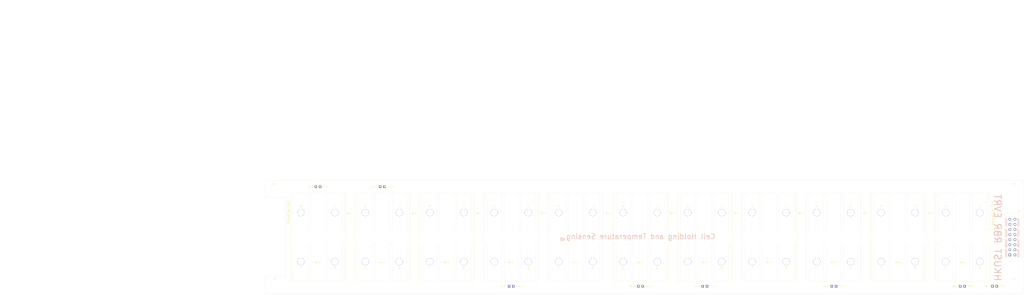
<source format=kicad_pcb>
(kicad_pcb (version 20241229) (generator "pcbnew") (generator_version "9.0")
  (layers (0 "F.Cu" signal "Top Layer") (4 "In1.Cu" signal) (6 "In2.Cu" signal) (2 "B.Cu" signal "Bottom Layer") (13 "F.Paste" user "Top Paste") (15 "B.Paste" user "Bottom Paste") (5 "F.SilkS" user "Top Overlay") (7 "B.SilkS" user "Bottom Overlay") (1 "F.Mask" user "Top Solder") (3 "B.Mask" user "Bottom Solder") (25 "Edge.Cuts" user))
  (net 0 "")
  (net 1 "/temp_1_1")
  (net 2 "/temp_7_2")
  (net 3 "/temp_5_2")
  (net 4 "/temp_8_2")
  (net 5 "/temp_5_1")
  (net 6 "/temp_3_2")
  (net 7 "/temp_2_1")
  (net 8 "/temp_2_2")
  (net 9 "/temp_3_1")
  (net 10 "/temp_6_1")
  (net 11 "/temp_4_2")
  (net 12 "/temp_8_1")
  (net 13 "/temp_4_1")
  (net 14 "/temp_1_2")
  (net 15 "/temp_6_2")
  (net 16 "/temp_7_1")
  (footprint "" (layer "F.Cu") (at 507.381782 225.12109)
    (property "Reference" "")
    (property "Value" "")
  )
  (footprint "" (layer "F.Cu") (at 126.914767 196.17559)
    (property "Reference" "")
    (property "Value" "")
  )
  (footprint "" (layer "F.Cu") (at 203.007448 196.17609)
    (property "Reference" "")
    (property "Value" "")
  )
  (footprint "" (layer "F.Cu") (at 393.2411 196.18359)
    (property "Reference" "")
    (property "Value" "")
  )
  (footprint "Connector_PinHeader_2.00mm:PinHeader_1x01_P2.00mm_Vertical" (layer "F.Cu") (at 517.483115 239.62959 180)
    (property "Reference" "J5_1")
    (property "Value" "Conn_01x01_Pin")
  )
  (footprint "" (layer "F.Cu") (at 355.195115 225.12009)
    (property "Reference" "")
    (property "Value" "")
  )
  (footprint "Connector_PinHeader_2.00mm:PinHeader_1x01_P2.00mm_Vertical" (layer "F.Cu") (at 344.006115 239.61359)
    (property "Reference" "J7_1")
    (property "Value" "Conn_01x01_Pin")
  )
  (footprint "Connector_PinHeader_2.00mm:PinHeader_1x01_P2.00mm_Vertical" (layer "F.Cu") (at 115.712115 180.87859 180)
    (property "Reference" "J1_2")
    (property "Value" "Conn_01x01_Pin")
  )
  (footprint "MountingHole:MountingHole_4.3mm_M4" (layer "F.Cu") (at 91.248115 238.62159)
    (property "Reference" "H3")
    (property "Value" "MountingHole")
  )
  (footprint "" (layer "F.Cu") (at 182.962144 225.11409)
    (property "Reference" "")
    (property "Value" "")
  )
  (footprint "" (layer "F.Cu") (at 279.101115 196.17909)
    (property "Reference" "")
    (property "Value" "")
  )
  (footprint "" (layer "F.Cu") (at 259.055811 225.11509)
    (property "Reference" "")
    (property "Value" "")
  )
  (footprint "" (layer "F.Cu") (at 241.054826 225.11359)
    (property "Reference" "")
    (property "Value" "")
  )
  (footprint "Connector_PinHeader_2.00mm:PinHeader_1x01_P2.00mm_Vertical" (layer "F.Cu") (at 496.008115 239.61359)
    (property "Reference" "J8_1")
    (property "Value" "Conn_01x01_Pin")
  )
  (footprint "" (layer "F.Cu") (at 431.288478 225.12109)
    (property "Reference" "")
    (property "Value" "")
  )
  (footprint "" (layer "F.Cu") (at 507.381782 196.18809)
    (property "Reference" "")
    (property "Value" "")
  )
  (footprint "" (layer "F.Cu") (at 469.33513 225.12259)
    (property "Reference" "")
    (property "Value" "")
  )
  (footprint "" (layer "F.Cu") (at 335.149085 196.18209)
    (property "Reference" "")
    (property "Value" "")
  )
  (footprint "" (layer "F.Cu") (at 221.008796 196.17759)
    (property "Reference" "")
    (property "Value" "")
  )
  (footprint "Connector_PinHeader_2.00mm:PinHeader_1x01_P2.00mm_Vertical" (layer "F.Cu") (at 498.508115 239.61359)
    (property "Reference" "J8_2")
    (property "Value" "Conn_01x01_Pin")
  )
  (footprint "" (layer "F.Cu") (at 355.194752 196.18209)
    (property "Reference" "")
    (property "Value" "")
  )
  (footprint "" (layer "F.Cu") (at 144.915796 225.11259)
    (property "Reference" "")
    (property "Value" "")
  )
  (footprint "Connector_PinHeader_2.00mm:PinHeader_1x01_P2.00mm_Vertical" (layer "F.Cu") (at 232.244115 239.61359)
    (property "Reference" "J3_2")
    (property "Value" "Conn_01x01_Pin")
  )
  (footprint "Connector_PinHeader_2.00mm:PinHeader_1x01_P2.00mm_Vertical" (layer "F.Cu") (at 118.212115 180.87859 180)
    (property "Reference" "J1_1")
    (property "Value" "Conn_01x01_Pin")
  )
  (footprint "" (layer "F.Cu") (at 241.054463 196.17759)
    (property "Reference" "")
    (property "Value" "")
  )
  (footprint "Connector_PinHeader_2.00mm:PinHeader_1x01_P2.00mm_Vertical" (layer "F.Cu") (at 156.114115 180.87859 180)
    (property "Reference" "J2_1")
    (property "Value" "Conn_01x01_Pin")
  )
  (footprint "" (layer "F.Cu") (at 106.8691 196.17559)
    (property "Reference" "")
    (property "Value" "")
  )
  (footprint "" (layer "F.Cu") (at 487.336115 196.18809)
    (property "Reference" "")
    (property "Value" "")
  )
  (footprint "Connector_PinHeader_2.00mm:PinHeader_1x01_P2.00mm_Vertical" (layer "F.Cu") (at 514.983115 239.62959 180)
    (property "Reference" "J5_2")
    (property "Value" "Conn_01x01_Pin")
  )
  (footprint "" (layer "F.Cu") (at 221.009159 225.11359)
    (property "Reference" "")
    (property "Value" "")
  )
  (footprint "" (layer "F.Cu") (at 297.102463 196.18059)
    (property "Reference" "")
    (property "Value" "")
  )
  (footprint "" (layer "F.Cu") (at 411.242448 196.18509)
    (property "Reference" "")
    (property "Value" "")
  )
  (footprint "" (layer "F.Cu") (at 106.869463 225.11359)
    (property "Reference" "")
    (property "Value" "")
  )
  (footprint "" (layer "F.Cu") (at 373.195433 196.18359)
    (property "Reference" "")
    (property "Value" "")
  )
  (footprint "" (layer "F.Cu") (at 317.14813 196.18059)
    (property "Reference" "")
    (property "Value" "")
  )
  (footprint "" (layer "F.Cu") (at 297.102463 225.11359)
    (property "Reference" "")
    (property "Value" "")
  )
  (footprint "Connector_PinHeader_2.00mm:PinHeader_1x01_P2.00mm_Vertical" (layer "F.Cu") (at 346.506115 239.61359)
    (property "Reference" "J7_2")
    (property "Value" "Conn_01x01_Pin")
  )
  (footprint "" (layer "F.Cu") (at 126.91513 225.11359)
    (property "Reference" "")
    (property "Value" "")
  )
  (footprint "" (layer "F.Cu") (at 431.288115 196.18509)
    (property "Reference" "")
    (property "Value" "")
  )
  (footprint "" (layer "F.Cu") (at 393.241463 225.12159)
    (property "Reference" "")
    (property "Value" "")
  )
  (footprint "" (layer "F.Cu") (at 259.055448 196.17909)
    (property "Reference" "")
    (property "Value" "")
  )
  (footprint "" (layer "F.Cu") (at 335.149448 225.12009)
    (property "Reference" "")
    (property "Value" "")
  )
  (footprint "" (layer "F.Cu") (at 164.9611 196.17459)
    (property "Reference" "")
    (property "Value" "")
  )
  (footprint "Connector_PinHeader_2.00mm:PinHeader_1x01_P2.00mm_Vertical" (layer "F.Cu") (at 420.166115 239.61359)
    (property "Reference" "J4_1")
    (property "Value" "Conn_01x01_Pin")
  )
  (footprint "" (layer "F.Cu") (at 487.336115 225.12109)
    (property "Reference" "")
    (property "Value" "")
  )
  (footprint "" (layer "F.Cu") (at 449.289463 225.12259)
    (property "Reference" "")
    (property "Value" "")
  )
  (footprint "" (layer "F.Cu") (at 203.007811 225.11409)
    (property "Reference" "")
    (property "Value" "")
  )
  (footprint "" (layer "F.Cu") (at 144.915433 196.17459)
    (property "Reference" "")
    (property "Value" "")
  )
  (footprint "Connector_PinHeader_2.00mm:PinHeader_1x01_P2.00mm_Vertical" (layer "F.Cu") (at 306.039115 239.61359)
    (property "Reference" "J6_1")
    (property "Value" "Conn_01x01_Pin")
  )
  (footprint "Connector_PinHeader_2.00mm:PinHeader_1x01_P2.00mm_Vertical" (layer "F.Cu") (at 308.539115 239.61359)
    (property "Reference" "J6_2")
    (property "Value" "Conn_01x01_Pin")
  )
  (footprint "" (layer "F.Cu") (at 469.334767 196.18659)
    (property "Reference" "")
    (property "Value" "")
  )
  (footprint "MountingHole:MountingHole_4.3mm_M4" (layer "F.Cu") (at 527.722115 238.62159)
    (property "Reference" "H1")
    (property "Value" "MountingHole")
  )
  (footprint "Connector_PinHeader_2.00mm:PinHeader_1x01_P2.00mm_Vertical" (layer "F.Cu") (at 422.666115 239.61359)
    (property "Reference" "J4_2")
    (property "Value" "Conn_01x01_Pin")
  )
  (footprint "" (layer "F.Cu") (at 317.14813 225.11359)
    (property "Reference" "")
    (property "Value" "")
  )
  (footprint "Connector_PinHeader_2.00mm:PinHeader_1x01_P2.00mm_Vertical" (layer "F.Cu") (at 229.744115 239.61359)
    (property "Reference" "J3_1")
    (property "Value" "Conn_01x01_Pin")
  )
  (footprint "MountingHole:MountingHole_4.3mm_M4" (layer "F.Cu") (at 527.722115 182.68659)
    (property "Reference" "H4")
    (property "Value" "MountingHole")
  )
  (footprint "Connector_Molex:Molex_Micro-Fit_3.0_43045-1612_2x08_P3.00mm_Vertical" (layer "F.Cu") (at 525.212115 221.154463 90)
    (property "Reference" "J9")
    (property "Value" "Conn_02x08_Top_Bottom")
  )
  (footprint "" (layer "F.Cu") (at 411.242811 225.12109)
    (property "Reference" "")
    (property "Value" "")
  )
  (footprint "" (layer "F.Cu") (at 373.195796 225.12159)
    (property "Reference" "")
    (property "Value" "")
  )
  (footprint "" (layer "F.Cu") (at 449.2891 196.18659)
    (property "Reference" "")
    (property "Value" "")
  )
  (footprint "Connector_PinHeader_2.00mm:PinHeader_1x01_P2.00mm_Vertical" (layer "F.Cu") (at 153.614115 180.87859 180)
    (property "Reference" "J2_2")
    (property "Value" "Conn_01x01_Pin")
  )
  (footprint "MountingHole:MountingHole_4.3mm_M4" (layer "F.Cu") (at 91.240115 182.68659)
    (property "Reference" "H2")
    (property "Value" "MountingHole")
  )
  (footprint "" (layer "F.Cu") (at 182.961781 196.17609)
    (property "Reference" "")
    (property "Value" "")
  )
  (footprint "" (layer "F.Cu") (at 279.101478 225.11509)
    (property "Reference" "")
    (property "Value" "")
  )
  (footprint "" (layer "F.Cu") (at 164.961463 225.11259)
    (property "Reference" "")
    (property "Value" "")
  )
  (gr_rect (start 442.732115 184.70259) (end 475.732115 236.70259) (stroke (width 0.1)) (fill no) (layer "F.SilkS"))
  (gr_rect (start 328.583115 184.70259) (end 361.583115 236.70259) (stroke (width 0.1)) (fill no) (layer "F.SilkS"))
  (gr_rect (start 480.806115 184.70259) (end 513.806115 236.70259) (stroke (width 0.1)) (fill no) (layer "F.SilkS"))
  (gr_rect (start 138.338115 184.70259) (end 171.338115 236.70259) (stroke (width 0.1)) (fill no) (layer "F.SilkS"))
  (gr_rect (start 214.458115 184.70259) (end 247.458115 236.70259) (stroke (width 0.1)) (fill no) (layer "F.SilkS"))
  (gr_rect (start 100.537115 184.70259) (end 133.537115 236.70259) (stroke (width 0.1)) (fill no) (layer "F.SilkS"))
  (gr_rect (start 366.612115 184.70259) (end 399.612115 236.70259) (stroke (width 0.1)) (fill no) (layer "F.SilkS"))
  (gr_rect (start 290.578115 184.70259) (end 323.578115 236.70259) (stroke (width 0.1)) (fill no) (layer "F.SilkS"))
  (gr_rect (start 404.664115 184.70259) (end 437.664115 236.70259) (stroke (width 0.1)) (fill no) (layer "F.SilkS"))
  (gr_rect (start 252.652115 184.70259) (end 285.652115 236.70259) (stroke (width 0.1)) (fill no) (layer "F.SilkS"))
  (gr_rect (start 176.367115 184.70259) (end 209.367115 236.70259) (stroke (width 0.1)) (fill no) (layer "F.SilkS"))
  (gr_line (start 529.530115 199.446257) (end 529.530115 204.446257) (stroke (width 0.1)) (layer "B.SilkS"))
  (gr_line (start 523.805115 199.45459) (end 523.805115 204.45459) (stroke (width 0.1)) (layer "B.SilkS"))
  (gr_line (start 529.530115 217.571257) (end 529.530115 222.571257) (stroke (width 0.1)) (layer "B.SilkS"))
  (gr_line (start 529.530115 211.52959) (end 529.530115 216.52959) (stroke (width 0.1)) (layer "B.SilkS"))
  (gr_line (start 523.805115 217.57959) (end 523.805115 222.57959) (stroke (width 0.1)) (layer "B.SilkS"))
  (gr_line (start 523.805115 205.496257) (end 523.805115 210.496257) (stroke (width 0.1)) (layer "B.SilkS"))
  (gr_line (start 523.805115 211.537923) (end 523.805115 216.537923) (stroke (width 0.1)) (layer "B.SilkS"))
  (gr_line (start 529.530115 205.487924) (end 529.530115 210.487924) (stroke (width 0.1)) (layer "B.SilkS"))
  (gr_line (start 378.945418 185.68359) (end 377.445418 185.68359) (stroke (width 0.05)) (layer "Edge.Cuts"))
  (gr_line (start 350.945752 185.68059) (end 349.445752 185.68059) (stroke (width 0.05)) (layer "Edge.Cuts"))
  (gr_line (start 150.665418 185.67459) (end 149.165418 185.67459) (stroke (width 0.05)) (layer "Edge.Cuts"))
  (gr_line (start 513.131767 206.68809) (end 511.631767 206.68809) (stroke (width 0.05)) (layer "Edge.Cuts"))
  (gr_line (start 330.898448 235.62159) (end 329.398448 235.62159) (stroke (width 0.05)) (layer "Edge.Cuts"))
  (gr_line (start 475.085115 235.62259) (end 473.585115 235.62259) (stroke (width 0.05)) (layer "Edge.Cuts"))
  (gr_line (start 312.89713 235.61509) (end 311.39713 235.61509) (stroke (width 0.05)) (layer "Edge.Cuts"))
  (gr_line (start 311.39713 206.68209) (end 311.39713 185.68209) (stroke (width 0.05)) (layer "Edge.Cuts"))
  (gr_line (start 187.212129 235.61409) (end 187.212129 214.61409) (stroke (width 0.05)) (layer "Edge.Cuts"))
  (gr_line (start 198.756811 235.61559) (end 197.256811 235.61559) (stroke (width 0.05)) (layer "Edge.Cuts"))
  (gr_line (start 274.850478 235.61659) (end 273.350478 235.61659) (stroke (width 0.05)) (layer "Edge.Cuts"))
  (gr_line (start 453.539085 206.68659) (end 453.539085 185.68659) (stroke (width 0.05)) (layer "Edge.Cuts"))
  (gr_line (start 132.665115 214.61359) (end 131.165115 214.61359) (stroke (width 0.05)) (layer "Edge.Cuts"))
  (gr_line (start 425.537115 206.68659) (end 425.537115 185.68659) (stroke (width 0.05)) (layer "Edge.Cuts"))
  (gr_line (start 435.538463 235.62109) (end 435.538463 214.62109) (stroke (width 0.05)) (layer "Edge.Cuts"))
  (gr_line (start 465.085767 185.68509) (end 463.585767 185.68509) (stroke (width 0.05)) (layer "Edge.Cuts"))
  (gr_line (start 284.8511 206.67909) (end 283.3511 206.67909) (stroke (width 0.05)) (layer "Edge.Cuts"))
  (gr_line (start 102.6201 185.67409) (end 101.1201 185.67409) (stroke (width 0.05)) (layer "Edge.Cuts"))
  (gr_line (start 111.119085 206.67559) (end 111.119085 185.67559) (stroke (width 0.05)) (layer "Edge.Cuts"))
  (gr_line (start 398.991448 235.62159) (end 397.491448 235.62159) (stroke (width 0.05)) (layer "Edge.Cuts"))
  (gr_line (start 246.804841 214.61359) (end 246.804841 235.61359) (stroke (width 0.05)) (layer "Edge.Cuts"))
  (gr_line (start 264.805433 206.67909) (end 263.305433 206.67909) (stroke (width 0.05)) (layer "Edge.Cuts"))
  (gr_line (start 274.852115 185.67759) (end 273.352115 185.67759) (stroke (width 0.05)) (layer "Edge.Cuts"))
  (gr_line (start 483.085115 206.68959) (end 481.585115 206.68959) (stroke (width 0.05)) (layer "Edge.Cuts"))
  (gr_line (start 427.039478 214.61959) (end 425.539478 214.61959) (stroke (width 0.05)) (layer "Edge.Cuts"))
  (gr_line (start 378.945811 214.62159) (end 378.945811 235.62159) (stroke (width 0.05)) (layer "Edge.Cuts"))
  (gr_line (start 122.665767 185.67409) (end 121.165767 185.67409) (stroke (width 0.05)) (layer "Edge.Cuts"))
  (gr_line (start 274.850115 206.68059) (end 273.350115 206.68059) (stroke (width 0.05)) (layer "Edge.Cuts"))
  (gr_line (start 455.039448 214.62259) (end 453.539448 214.62259) (stroke (width 0.05)) (layer "Edge.Cuts"))
  (gr_line (start 427.037115 206.68659) (end 425.537115 206.68659) (stroke (width 0.05)) (layer "Edge.Cuts"))
  (gr_line (start 254.806811 214.61359) (end 253.306811 214.61359) (stroke (width 0.05)) (layer "Edge.Cuts"))
  (gr_line (start 437.03813 185.68509) (end 437.03813 206.68509) (stroke (width 0.05)) (layer "Edge.Cuts"))
  (gr_line (start 170.711478 214.61259) (end 170.711478 235.61259) (stroke (width 0.05)) (layer "Edge.Cuts"))
  (gr_line (start 139.164796 235.61409) (end 139.164796 214.61409) (stroke (width 0.05)) (layer "Edge.Cuts"))
  (gr_line (start 292.853463 185.67909) (end 291.353463 185.67909) (stroke (width 0.05)) (layer "Edge.Cuts"))
  (gr_line (start 503.132782 214.61959) (end 501.632782 214.61959) (stroke (width 0.05)) (layer "Edge.Cuts"))
  (gr_line (start 475.084782 185.68659) (end 475.084782 206.68659) (stroke (width 0.05)) (layer "Edge.Cuts"))
  (gr_line (start 322.898115 206.68059) (end 321.398115 206.68059) (stroke (width 0.05)) (layer "Edge.Cuts"))
  (gr_line (start 491.5861 206.68809) (end 491.5861 185.68809) (stroke (width 0.05)) (layer "Edge.Cuts"))
  (gr_line (start 312.89913 185.67909) (end 312.89913 206.67909) (stroke (width 0.05)) (layer "Edge.Cuts"))
  (gr_line (start 339.399433 235.62009) (end 339.399433 214.62009) (stroke (width 0.05)) (layer "Edge.Cuts"))
  (gr_line (start 406.993811 214.61959) (end 406.993811 235.61959) (stroke (width 0.05)) (layer "Edge.Cuts"))
  (gr_line (start 387.4901 206.68509) (end 387.4901 185.68509) (stroke (width 0.05)) (layer "Edge.Cuts"))
  (gr_line (start 367.444796 235.62309) (end 367.444796 214.62309) (stroke (width 0.05)) (layer "Edge.Cuts"))
  (gr_line (start 330.900448 214.61859) (end 330.900448 235.61859) (stroke (width 0.05)) (layer "Edge.Cuts"))
  (gr_line (start 254.804811 235.61659) (end 253.304811 235.61659) (stroke (width 0.05)) (layer "Edge.Cuts"))
  (gr_line (start 226.758781 185.67759) (end 225.258781 185.67759) (stroke (width 0.05)) (layer "Edge.Cuts"))
  (gr_line (start 388.990463 235.62309) (end 387.490463 235.62309) (stroke (width 0.05)) (layer "Edge.Cuts"))
  (gr_line (start 465.08613 214.62109) (end 465.08613 235.62109) (stroke (width 0.05)) (layer "Edge.Cuts"))
  (gr_line (start 188.712129 235.61409) (end 187.212129 235.61409) (stroke (width 0.05)) (layer "Edge.Cuts"))
  (gr_line (start 216.758159 235.61509) (end 215.258159 235.61509) (stroke (width 0.05)) (layer "Edge.Cuts"))
  (gr_line (start 340.899463 214.62009) (end 340.899463 235.62009) (stroke (width 0.05)) (layer "Edge.Cuts"))
  (gr_line (start 226.758811 185.67759) (end 226.758811 206.67759) (stroke (width 0.05)) (layer "Edge.Cuts"))
  (gr_line (start 513.131767 214.62109) (end 511.631767 214.62109) (stroke (width 0.05)) (layer "Edge.Cuts"))
  (gr_line (start 160.710463 235.61409) (end 159.210463 235.61409) (stroke (width 0.05)) (layer "Edge.Cuts"))
  (gr_line (start 170.711448 214.61259) (end 169.211448 214.61259) (stroke (width 0.05)) (layer "Edge.Cuts"))
  (gr_line (start 132.664782 185.67559) (end 132.664782 206.67559) (stroke (width 0.05)) (layer "Edge.Cuts"))
  (gr_line (start 140.664796 235.61409) (end 139.164796 235.61409) (stroke (width 0.05)) (layer "Edge.Cuts"))
  (gr_line (start 475.084752 185.68659) (end 473.584752 185.68659) (stroke (width 0.05)) (layer "Edge.Cuts"))
  (gr_line (start 322.898115 185.68059) (end 321.398115 185.68059) (stroke (width 0.05)) (layer "Edge.Cuts"))
  (gr_line (start 322.898145 185.68059) (end 322.898145 206.68059) (stroke (width 0.05)) (layer "Edge.Cuts"))
  (gr_line (start 359.444737 206.68209) (end 359.444737 185.68209) (stroke (width 0.05)) (layer "Edge.Cuts"))
  (gr_line (start 378.945418 206.68359) (end 377.445418 206.68359) (stroke (width 0.05)) (layer "Edge.Cuts"))
  (gr_line (start 455.039085 185.68659) (end 453.539085 185.68659) (stroke (width 0.05)) (layer "Edge.Cuts"))
  (gr_line (start 475.084752 206.68659) (end 473.584752 206.68659) (stroke (width 0.05)) (layer "Edge.Cuts"))
  (gr_line (start 140.666433 185.67309) (end 139.166433 185.67309) (stroke (width 0.05)) (layer "Edge.Cuts"))
  (gr_line (start 254.806811 214.61359) (end 254.806811 235.61359) (stroke (width 0.05)) (layer "Edge.Cuts"))
  (gr_line (start 284.8511 185.67909) (end 283.3511 185.67909) (stroke (width 0.05)) (layer "Edge.Cuts"))
  (gr_line (start 463.583767 206.68809) (end 463.583767 185.68809) (stroke (width 0.05)) (layer "Edge.Cuts"))
  (gr_line (start 435.5381 206.68509) (end 435.5381 185.68509) (stroke (width 0.05)) (layer "Edge.Cuts"))
  (gr_line (start 443.538463 235.62409) (end 443.538463 214.62409) (stroke (width 0.05)) (layer "Edge.Cuts"))
  (gr_line (start 360.94513 214.62009) (end 360.94513 235.62009) (stroke (width 0.05)) (layer "Edge.Cuts"))
  (gr_line (start 465.085767 185.68509) (end 465.085767 206.68509) (stroke (width 0.05)) (layer "Edge.Cuts"))
  (gr_line (start 160.712463 214.61109) (end 159.212463 214.61109) (stroke (width 0.05)) (layer "Edge.Cuts"))
  (gr_line (start 102.6181 206.67709) (end 101.1181 206.67709) (stroke (width 0.05)) (layer "Edge.Cuts"))
  (gr_line (start 360.944737 185.68209) (end 359.444737 185.68209) (stroke (width 0.05)) (layer "Edge.Cuts"))
  (gr_line (start 349.443752 206.68359) (end 349.443752 185.68359) (stroke (width 0.05)) (layer "Edge.Cuts"))
  (gr_line (start 216.760159 214.61209) (end 215.260159 214.61209) (stroke (width 0.05)) (layer "Edge.Cuts"))
  (gr_line (start 246.804448 206.67759) (end 245.304448 206.67759) (stroke (width 0.05)) (layer "Edge.Cuts"))
  (gr_line (start 501.630782 206.68959) (end 501.630782 185.68959) (stroke (width 0.05)) (layer "Edge.Cuts"))
  (gr_line (start 378.945781 214.62159) (end 377.445781 214.62159) (stroke (width 0.05)) (layer "Edge.Cuts"))
  (gr_line (start 139.164433 206.67609) (end 139.164433 185.67609) (stroke (width 0.05)) (layer "Edge.Cuts"))
  (gr_line (start 284.85113 185.67909) (end 284.85113 206.67909) (stroke (width 0.05)) (layer "Edge.Cuts"))
  (gr_line (start 170.711085 185.67459) (end 169.211085 185.67459) (stroke (width 0.05)) (layer "Edge.Cuts"))
  (gr_line (start 368.944796 235.62309) (end 367.444796 235.62309) (stroke (width 0.05)) (layer "Edge.Cuts"))
  (gr_line (start 427.039115 185.68359) (end 427.039115 206.68359) (stroke (width 0.05)) (layer "Edge.Cuts"))
  (gr_line (start 235.303463 206.67909) (end 235.303463 185.67909) (stroke (width 0.05)) (layer "Edge.Cuts"))
  (gr_line (start 445.0401 185.68509) (end 445.0401 206.68509) (stroke (width 0.05)) (layer "Edge.Cuts"))
  (gr_line (start 284.851463 214.61509) (end 283.351463 214.61509) (stroke (width 0.05)) (layer "Edge.Cuts"))
  (gr_line (start 427.037478 235.62259) (end 425.537478 235.62259) (stroke (width 0.05)) (layer "Edge.Cuts"))
  (gr_line (start 483.087115 214.61959) (end 481.587115 214.61959) (stroke (width 0.05)) (layer "Edge.Cuts"))
  (gr_line (start 169.211085 206.67459) (end 169.211085 185.67459) (stroke (width 0.05)) (layer "Edge.Cuts"))
  (gr_line (start 291.351463 235.61509) (end 291.351463 214.61509) (stroke (width 0.05)) (layer "Edge.Cuts"))
  (gr_line (start 236.805463 185.67609) (end 236.805463 206.67609) (stroke (width 0.05)) (layer "Edge.Cuts"))
  (gr_line (start 437.0381 206.68509) (end 435.5381 206.68509) (stroke (width 0.05)) (layer "Edge.Cuts"))
  (gr_line (start 292.853463 214.61209) (end 292.853463 235.61209) (stroke (width 0.05)) (layer "Edge.Cuts"))
  (gr_line (start 292.853463 214.61209) (end 291.353463 214.61209) (stroke (width 0.05)) (layer "Edge.Cuts"))
  (gr_line (start 264.805826 214.61509) (end 264.805826 235.61509) (stroke (width 0.05)) (layer "Edge.Cuts"))
  (gr_line (start 503.132782 214.61959) (end 503.132782 235.61959) (stroke (width 0.05)) (layer "Edge.Cuts"))
  (gr_line (start 170.711085 206.67459) (end 169.211085 206.67459) (stroke (width 0.05)) (layer "Edge.Cuts"))
  (gr_line (start 453.539448 235.62259) (end 453.539448 214.62259) (stroke (width 0.05)) (layer "Edge.Cuts"))
  (gr_line (start 533.222115 177.18659) (end 85.740115 177.186598) (stroke (width 0.05)) (layer "Edge.Cuts"))
  (gr_line (start 398.991085 206.68359) (end 397.491085 206.68359) (stroke (width 0.05)) (layer "Edge.Cuts"))
  (gr_line (start 437.038463 235.62109) (end 435.538463 235.62109) (stroke (width 0.05)) (layer "Edge.Cuts"))
  (gr_line (start 398.991085 185.68359) (end 397.491085 185.68359) (stroke (width 0.05)) (layer "Edge.Cuts"))
  (gr_line (start 483.087115 185.68659) (end 481.587115 185.68659) (stroke (width 0.05)) (layer "Edge.Cuts"))
  (gr_line (start 263.305796 235.61509) (end 263.305796 214.61509) (stroke (width 0.05)) (layer "Edge.Cuts"))
  (gr_line (start 340.89907 206.68209) (end 339.39907 206.68209) (stroke (width 0.05)) (layer "Edge.Cuts"))
  (gr_line (start 388.9921 185.68209) (end 387.4921 185.68209) (stroke (width 0.05)) (layer "Edge.Cuts"))
  (gr_line (start 197.256448 206.67759) (end 197.256448 185.67759) (stroke (width 0.05)) (layer "Edge.Cuts"))
  (gr_line (start 445.0401 185.68509) (end 443.5401 185.68509) (stroke (width 0.05)) (layer "Edge.Cuts"))
  (gr_line (start 264.805433 185.67909) (end 263.305433 185.67909) (stroke (width 0.05)) (layer "Edge.Cuts"))
  (gr_line (start 140.666796 214.61109) (end 140.666796 235.61109) (stroke (width 0.05)) (layer "Edge.Cuts"))
  (gr_line (start 159.2101 206.67609) (end 159.2101 185.67609) (stroke (width 0.05)) (layer "Edge.Cuts"))
  (gr_line (start 483.087115 185.68659) (end 483.087115 206.68659) (stroke (width 0.05)) (layer "Edge.Cuts"))
  (gr_line (start 253.304811 235.61659) (end 253.304811 214.61659) (stroke (width 0.05)) (layer "Edge.Cuts"))
  (gr_line (start 208.757433 185.67609) (end 207.257433 185.67609) (stroke (width 0.05)) (layer "Edge.Cuts"))
  (gr_line (start 122.66613 214.61209) (end 121.16613 214.61209) (stroke (width 0.05)) (layer "Edge.Cuts"))
  (gr_line (start 437.038463 214.62109) (end 435.538463 214.62109) (stroke (width 0.05)) (layer "Edge.Cuts"))
  (gr_line (start 416.992796 235.62109) (end 415.492796 235.62109) (stroke (width 0.05)) (layer "Edge.Cuts"))
  (gr_line (start 416.992463 185.68509) (end 416.992463 206.68509) (stroke (width 0.05)) (layer "Edge.Cuts"))
  (gr_line (start 322.898115 235.61359) (end 321.398115 235.61359) (stroke (width 0.05)) (layer "Edge.Cuts"))
  (gr_line (start 169.211448 235.61259) (end 169.211448 214.61259) (stroke (width 0.05)) (layer "Edge.Cuts"))
  (gr_line (start 312.89913 214.61209) (end 311.39913 214.61209) (stroke (width 0.05)) (layer "Edge.Cuts"))
  (gr_line (start 160.7101 206.67609) (end 159.2101 206.67609) (stroke (width 0.05)) (layer "Edge.Cuts"))
  (gr_line (start 122.663767 206.67709) (end 121.163767 206.67709) (stroke (width 0.05)) (layer "Edge.Cuts"))
  (gr_line (start 284.851493 214.61509) (end 284.851493 235.61509) (stroke (width 0.05)) (layer "Edge.Cuts"))
  (gr_line (start 349.444115 235.62159) (end 349.444115 214.62159) (stroke (width 0.05)) (layer "Edge.Cuts"))
  (gr_line (start 416.992826 214.62109) (end 416.992826 235.62109) (stroke (width 0.05)) (layer "Edge.Cuts"))
  (gr_line (start 302.852448 214.61359) (end 301.352448 214.61359) (stroke (width 0.05)) (layer "Edge.Cuts"))
  (gr_line (start 150.665418 206.67459) (end 149.165418 206.67459) (stroke (width 0.05)) (layer "Edge.Cuts"))
  (gr_line (start 302.852448 206.68059) (end 301.352448 206.68059) (stroke (width 0.05)) (layer "Edge.Cuts"))
  (gr_line (start 236.805463 185.67609) (end 235.305463 185.67609) (stroke (width 0.05)) (layer "Edge.Cuts"))
  (gr_line (start 140.666796 214.61109) (end 139.166796 214.61109) (stroke (width 0.05)) (layer "Edge.Cuts"))
  (gr_line (start 216.760159 214.61209) (end 216.760159 235.61209) (stroke (width 0.05)) (layer "Edge.Cuts"))
  (gr_line (start 160.712463 214.61109) (end 160.712463 235.61109) (stroke (width 0.05)) (layer "Edge.Cuts"))
  (gr_line (start 437.038493 214.62109) (end 437.038493 235.62109) (stroke (width 0.05)) (layer "Edge.Cuts"))
  (gr_line (start 329.398085 206.68359) (end 329.398085 185.68359) (stroke (width 0.05)) (layer "Edge.Cuts"))
  (gr_line (start 513.131767 185.68809) (end 511.631767 185.68809) (stroke (width 0.05)) (layer "Edge.Cuts"))
  (gr_line (start 378.945781 235.62159) (end 377.445781 235.62159) (stroke (width 0.05)) (layer "Edge.Cuts"))
  (gr_line (start 122.66613 214.61209) (end 122.66613 235.61209) (stroke (width 0.05)) (layer "Edge.Cuts"))
  (gr_line (start 150.665448 185.67459) (end 150.665448 206.67459) (stroke (width 0.05)) (layer "Edge.Cuts"))
  (gr_line (start 513.131767 235.62109) (end 511.631767 235.62109) (stroke (width 0.05)) (layer "Edge.Cuts"))
  (gr_line (start 415.492433 206.68509) (end 415.492433 185.68509) (stroke (width 0.05)) (layer "Edge.Cuts"))
  (gr_line (start 513.131797 214.62109) (end 513.131797 235.62109) (stroke (width 0.05)) (layer "Edge.Cuts"))
  (gr_line (start 226.759144 214.61359) (end 225.259144 214.61359) (stroke (width 0.05)) (layer "Edge.Cuts"))
  (gr_line (start 330.898085 206.68359) (end 329.398085 206.68359) (stroke (width 0.05)) (layer "Edge.Cuts"))
  (gr_line (start 188.711766 206.67609) (end 187.211766 206.67609) (stroke (width 0.05)) (layer "Edge.Cuts"))
  (gr_line (start 475.085145 214.62259) (end 475.085145 235.62259) (stroke (width 0.05)) (layer "Edge.Cuts"))
  (gr_line (start 131.164752 206.67559) (end 131.164752 185.67559) (stroke (width 0.05)) (layer "Edge.Cuts"))
  (gr_line (start 197.256811 235.61559) (end 197.256811 214.61559) (stroke (width 0.05)) (layer "Edge.Cuts"))
  (gr_line (start 235.303826 235.61509) (end 235.303826 214.61509) (stroke (width 0.05)) (layer "Edge.Cuts"))
  (gr_line (start 493.0861 235.62109) (end 491.5861 235.62109) (stroke (width 0.05)) (layer "Edge.Cuts"))
  (gr_line (start 302.852478 214.61359) (end 302.852478 235.61359) (stroke (width 0.05)) (layer "Edge.Cuts"))
  (gr_line (start 170.711448 235.61259) (end 169.211448 235.61259) (stroke (width 0.05)) (layer "Edge.Cuts"))
  (gr_line (start 150.665781 235.61259) (end 149.165781 235.61259) (stroke (width 0.05)) (layer "Edge.Cuts"))
  (gr_line (start 339.39907 206.68209) (end 339.39907 185.68209) (stroke (width 0.05)) (layer "Edge.Cuts"))
  (gr_line (start 178.711144 235.61559) (end 177.211144 235.61559) (stroke (width 0.05)) (layer "Edge.Cuts"))
  (gr_line (start 322.898145 214.61359) (end 322.898145 235.61359) (stroke (width 0.05)) (layer "Edge.Cuts"))
  (gr_line (start 465.083767 206.68809) (end 463.583767 206.68809) (stroke (width 0.05)) (layer "Edge.Cuts"))
  (gr_line (start 455.039085 206.68659) (end 453.539085 206.68659) (stroke (width 0.05)) (layer "Edge.Cuts"))
  (gr_line (start 178.712781 185.67459) (end 177.212781 185.67459) (stroke (width 0.05)) (layer "Edge.Cuts"))
  (gr_line (start 406.993811 214.61959) (end 405.493811 214.61959) (stroke (width 0.05)) (layer "Edge.Cuts"))
  (gr_line (start 208.757796 214.61409) (end 207.257796 214.61409) (stroke (width 0.05)) (layer "Edge.Cuts"))
  (gr_line (start 359.4451 235.62009) (end 359.4451 214.62009) (stroke (width 0.05)) (layer "Edge.Cuts"))
  (gr_line (start 406.993448 185.68359) (end 406.993448 206.68359) (stroke (width 0.05)) (layer "Edge.Cuts"))
  (gr_line (start 112.619085 185.67559) (end 111.119085 185.67559) (stroke (width 0.05)) (layer "Edge.Cuts"))
  (gr_line (start 312.89713 206.68209) (end 311.39713 206.68209) (stroke (width 0.05)) (layer "Edge.Cuts"))
  (gr_line (start 493.08613 214.62109) (end 493.08613 235.62109) (stroke (width 0.05)) (layer "Edge.Cuts"))
  (gr_line (start 321.398115 206.68059) (end 321.398115 185.68059) (stroke (width 0.05)) (layer "Edge.Cuts"))
  (gr_line (start 481.585115 235.62259) (end 481.585115 214.62259) (stroke (width 0.05)) (layer "Edge.Cuts"))
  (gr_line (start 208.757463 185.67609) (end 208.757463 206.67609) (stroke (width 0.05)) (layer "Edge.Cuts"))
  (gr_line (start 177.210781 206.67759) (end 177.210781 185.67759) (stroke (width 0.05)) (layer "Edge.Cuts"))
  (gr_line (start 445.038463 235.62409) (end 443.538463 235.62409) (stroke (width 0.05)) (layer "Edge.Cuts"))
  (gr_line (start 503.130782 206.68959) (end 501.630782 206.68959) (stroke (width 0.05)) (layer "Edge.Cuts"))
  (gr_line (start 273.350478 235.61659) (end 273.350478 214.61659) (stroke (width 0.05)) (layer "Edge.Cuts"))
  (gr_line (start 198.758811 214.61259) (end 198.758811 235.61259) (stroke (width 0.05)) (layer "Edge.Cuts"))
  (gr_line (start 513.131797 185.68809) (end 513.131797 206.68809) (stroke (width 0.05)) (layer "Edge.Cuts"))
  (gr_line (start 254.806448 185.67759) (end 254.806448 206.67759) (stroke (width 0.05)) (layer "Edge.Cuts"))
  (gr_line (start 283.3511 206.67909) (end 283.3511 185.67909) (stroke (width 0.05)) (layer "Edge.Cuts"))
  (gr_line (start 330.900085 185.68059) (end 329.400085 185.68059) (stroke (width 0.05)) (layer "Edge.Cuts"))
  (gr_line (start 85.748115 233.92059) (end 97.748291 233.92059) (stroke (width 0.05)) (layer "Edge.Cuts"))
  (gr_line (start 406.991811 235.62259) (end 405.491811 235.62259) (stroke (width 0.05)) (layer "Edge.Cuts"))
  (gr_line (start 445.040463 214.62109) (end 443.540463 214.62109) (stroke (width 0.05)) (layer "Edge.Cuts"))
  (gr_line (start 455.039478 214.62259) (end 455.039478 235.62259) (stroke (width 0.05)) (layer "Edge.Cuts"))
  (gr_line (start 443.5381 206.68809) (end 443.5381 185.68809) (stroke (width 0.05)) (layer "Edge.Cuts"))
  (gr_line (start 121.163767 206.67709) (end 121.163767 185.67709) (stroke (width 0.05)) (layer "Edge.Cuts"))
  (gr_line (start 273.350115 206.68059) (end 273.350115 185.68059) (stroke (width 0.05)) (layer "Edge.Cuts"))
  (gr_line (start 330.900085 185.68059) (end 330.900085 206.68059) (stroke (width 0.05)) (layer "Edge.Cuts"))
  (gr_line (start 188.712159 214.61409) (end 188.712159 235.61409) (stroke (width 0.05)) (layer "Edge.Cuts"))
  (gr_line (start 263.305433 206.67909) (end 263.305433 185.67909) (stroke (width 0.05)) (layer "Edge.Cuts"))
  (gr_line (start 178.713144 214.61259) (end 178.713144 235.61259) (stroke (width 0.05)) (layer "Edge.Cuts"))
  (gr_line (start 311.39713 235.61509) (end 311.39713 214.61509) (stroke (width 0.05)) (layer "Edge.Cuts"))
  (gr_line (start 178.712781 185.67459) (end 178.712781 206.67459) (stroke (width 0.05)) (layer "Edge.Cuts"))
  (gr_line (start 387.490463 235.62309) (end 387.490463 214.62309) (stroke (width 0.05)) (layer "Edge.Cuts"))
  (gr_line (start 132.664752 185.67559) (end 131.164752 185.67559) (stroke (width 0.05)) (layer "Edge.Cuts"))
  (gr_line (start 350.944115 235.62159) (end 349.444115 235.62159) (stroke (width 0.05)) (layer "Edge.Cuts"))
  (gr_line (start 455.039115 185.68659) (end 455.039115 206.68659) (stroke (width 0.05)) (layer "Edge.Cuts"))
  (gr_line (start 397.491085 206.68359) (end 397.491085 185.68359) (stroke (width 0.05)) (layer "Edge.Cuts"))
  (gr_line (start 274.852478 214.61359) (end 273.352478 214.61359) (stroke (width 0.05)) (layer "Edge.Cuts"))
  (gr_line (start 340.899433 235.62009) (end 339.399433 235.62009) (stroke (width 0.05)) (layer "Edge.Cuts"))
  (gr_line (start 254.806448 185.67759) (end 253.306448 185.67759) (stroke (width 0.05)) (layer "Edge.Cuts"))
  (gr_line (start 245.304448 206.67759) (end 245.304448 185.67759) (stroke (width 0.05)) (layer "Edge.Cuts"))
  (gr_line (start 225.258781 206.67759) (end 225.258781 185.67759) (stroke (width 0.05)) (layer "Edge.Cuts"))
  (gr_line (start 102.6201 185.67409) (end 102.6201 206.67409) (stroke (width 0.05)) (layer "Edge.Cuts"))
  (gr_line (start 132.665115 235.61359) (end 131.165115 235.61359) (stroke (width 0.05)) (layer "Edge.Cuts"))
  (gr_line (start 159.210463 235.61409) (end 159.210463 214.61409) (stroke (width 0.05)) (layer "Edge.Cuts"))
  (gr_line (start 178.710781 206.67759) (end 177.210781 206.67759) (stroke (width 0.05)) (layer "Edge.Cuts"))
  (gr_line (start 264.805796 214.61509) (end 263.305796 214.61509) (stroke (width 0.05)) (layer "Edge.Cuts"))
  (gr_line (start 208.757796 235.61409) (end 207.257796 235.61409) (stroke (width 0.05)) (layer "Edge.Cuts"))
  (gr_line (start 329.398448 235.62159) (end 329.398448 214.62159) (stroke (width 0.05)) (layer "Edge.Cuts"))
  (gr_line (start 483.087115 214.61959) (end 483.087115 235.61959) (stroke (width 0.05)) (layer "Edge.Cuts"))
  (gr_line (start 388.992463 214.62009) (end 388.992463 235.62009) (stroke (width 0.05)) (layer "Edge.Cuts"))
  (gr_line (start 398.991115 185.68359) (end 398.991115 206.68359) (stroke (width 0.05)) (layer "Edge.Cuts"))
  (gr_line (start 493.0861 214.62109) (end 491.5861 214.62109) (stroke (width 0.05)) (layer "Edge.Cuts"))
  (gr_line (start 398.991478 214.62159) (end 398.991478 235.62159) (stroke (width 0.05)) (layer "Edge.Cuts"))
  (gr_line (start 187.211766 206.67609) (end 187.211766 185.67609) (stroke (width 0.05)) (layer "Edge.Cuts"))
  (gr_line (start 132.665145 214.61359) (end 132.665145 235.61359) (stroke (width 0.05)) (layer "Edge.Cuts"))
  (gr_line (start 226.759144 235.61359) (end 225.259144 235.61359) (stroke (width 0.05)) (layer "Edge.Cuts"))
  (gr_line (start 427.039115 185.68359) (end 425.539115 185.68359) (stroke (width 0.05)) (layer "Edge.Cuts"))
  (gr_line (start 360.944767 185.68209) (end 360.944767 206.68209) (stroke (width 0.05)) (layer "Edge.Cuts"))
  (gr_line (start 292.851463 235.61509) (end 291.351463 235.61509) (stroke (width 0.05)) (layer "Edge.Cuts"))
  (gr_line (start 283.351463 235.61509) (end 283.351463 214.61509) (stroke (width 0.05)) (layer "Edge.Cuts"))
  (gr_line (start 465.08413 235.62409) (end 463.58413 235.62409) (stroke (width 0.05)) (layer "Edge.Cuts"))
  (gr_line (start 160.7121 185.67309) (end 160.7121 206.67309) (stroke (width 0.05)) (layer "Edge.Cuts"))
  (gr_line (start 102.620463 214.61209) (end 101.120463 214.61209) (stroke (width 0.05)) (layer "Edge.Cuts"))
  (gr_line (start 368.946796 214.62009) (end 367.446796 214.62009) (stroke (width 0.05)) (layer "Edge.Cuts"))
  (gr_line (start 330.900448 214.61859) (end 329.400448 214.61859) (stroke (width 0.05)) (layer "Edge.Cuts"))
  (gr_line (start 198.758811 214.61259) (end 197.258811 214.61259) (stroke (width 0.05)) (layer "Edge.Cuts"))
  (gr_line (start 140.666433 185.67309) (end 140.666433 206.67309) (stroke (width 0.05)) (layer "Edge.Cuts"))
  (gr_line (start 85.740115 187.38859) (end 97.740115 187.38859) (stroke (width 0.05)) (layer "Edge.Cuts"))
  (gr_line (start 405.491448 206.68659) (end 405.491448 185.68659) (stroke (width 0.05)) (layer "Edge.Cuts"))
  (gr_line (start 302.852478 185.68059) (end 302.852478 206.68059) (stroke (width 0.05)) (layer "Edge.Cuts"))
  (gr_line (start 416.992433 206.68509) (end 415.492433 206.68509) (stroke (width 0.05)) (layer "Edge.Cuts"))
  (gr_line (start 284.851463 235.61509) (end 283.351463 235.61509) (stroke (width 0.05)) (layer "Edge.Cuts"))
  (gr_line (start 302.852448 235.61359) (end 301.352448 235.61359) (stroke (width 0.05)) (layer "Edge.Cuts"))
  (gr_line (start 475.085115 214.62259) (end 473.585115 214.62259) (stroke (width 0.05)) (layer "Edge.Cuts"))
  (gr_line (start 360.944737 206.68209) (end 359.444737 206.68209) (stroke (width 0.05)) (layer "Edge.Cuts"))
  (gr_line (start 85.748115 244.12159) (end 533.222115 244.12159) (stroke (width 0.05)) (layer "Edge.Cuts"))
  (gr_line (start 483.085115 235.62259) (end 481.585115 235.62259) (stroke (width 0.05)) (layer "Edge.Cuts"))
  (gr_line (start 208.757433 206.67609) (end 207.257433 206.67609) (stroke (width 0.05)) (layer "Edge.Cuts"))
  (gr_line (start 236.803463 206.67909) (end 235.303463 206.67909) (stroke (width 0.05)) (layer "Edge.Cuts"))
  (gr_line (start 368.946433 185.68209) (end 368.946433 206.68209) (stroke (width 0.05)) (layer "Edge.Cuts"))
  (gr_line (start 415.492796 235.62109) (end 415.492796 214.62109) (stroke (width 0.05)) (layer "Edge.Cuts"))
  (gr_line (start 406.993448 185.68359) (end 405.493448 185.68359) (stroke (width 0.05)) (layer "Edge.Cuts"))
  (gr_line (start 301.352448 235.61359) (end 301.352448 214.61359) (stroke (width 0.05)) (layer "Edge.Cuts"))
  (gr_line (start 177.211144 235.61559) (end 177.211144 214.61559) (stroke (width 0.05)) (layer "Edge.Cuts"))
  (gr_line (start 225.259144 235.61359) (end 225.259144 214.61359) (stroke (width 0.05)) (layer "Edge.Cuts"))
  (gr_line (start 246.804811 214.61359) (end 245.304811 214.61359) (stroke (width 0.05)) (layer "Edge.Cuts"))
  (gr_line (start 85.748115 244.12159) (end 85.748115 233.92059) (stroke (width 0.05)) (layer "Edge.Cuts"))
  (gr_line (start 416.992433 185.68509) (end 415.492433 185.68509) (stroke (width 0.05)) (layer "Edge.Cuts"))
  (gr_line (start 473.585115 235.62259) (end 473.585115 214.62259) (stroke (width 0.05)) (layer "Edge.Cuts"))
  (gr_line (start 388.9921 185.68209) (end 388.9921 206.68209) (stroke (width 0.05)) (layer "Edge.Cuts"))
  (gr_line (start 377.445418 206.68359) (end 377.445418 185.68359) (stroke (width 0.05)) (layer "Edge.Cuts"))
  (gr_line (start 140.664433 206.67609) (end 139.164433 206.67609) (stroke (width 0.05)) (layer "Edge.Cuts"))
  (gr_line (start 132.664752 206.67559) (end 131.164752 206.67559) (stroke (width 0.05)) (layer "Edge.Cuts"))
  (gr_line (start 397.491448 235.62159) (end 397.491448 214.62159) (stroke (width 0.05)) (layer "Edge.Cuts"))
  (gr_line (start 198.758448 185.67459) (end 198.758448 206.67459) (stroke (width 0.05)) (layer "Edge.Cuts"))
  (gr_line (start 102.618463 235.61509) (end 101.118463 235.61509) (stroke (width 0.05)) (layer "Edge.Cuts"))
  (gr_line (start 226.758781 206.67759) (end 225.258781 206.67759) (stroke (width 0.05)) (layer "Edge.Cuts"))
  (gr_line (start 188.711766 185.67609) (end 187.211766 185.67609) (stroke (width 0.05)) (layer "Edge.Cuts"))
  (gr_line (start 216.759796 185.67609) (end 216.759796 206.67609) (stroke (width 0.05)) (layer "Edge.Cuts"))
  (gr_line (start 388.9901 206.68509) (end 387.4901 206.68509) (stroke (width 0.05)) (layer "Edge.Cuts"))
  (gr_line (start 491.5861 235.62109) (end 491.5861 214.62109) (stroke (width 0.05)) (layer "Edge.Cuts"))
  (gr_line (start 226.759174 214.61359) (end 226.759174 235.61359) (stroke (width 0.05)) (layer "Edge.Cuts"))
  (gr_line (start 85.740115 187.38859) (end 85.740115 177.18659) (stroke (width 0.05)) (layer "Edge.Cuts"))
  (gr_line (start 302.852448 185.68059) (end 301.352448 185.68059) (stroke (width 0.05)) (layer "Edge.Cuts"))
  (gr_line (start 274.852478 214.61359) (end 274.852478 235.61359) (stroke (width 0.05)) (layer "Edge.Cuts"))
  (gr_line (start 368.944433 206.68509) (end 367.444433 206.68509) (stroke (width 0.05)) (layer "Edge.Cuts"))
  (gr_line (start 198.758448 185.67459) (end 197.258448 185.67459) (stroke (width 0.05)) (layer "Edge.Cuts"))
  (gr_line (start 149.165781 235.61259) (end 149.165781 214.61259) (stroke (width 0.05)) (layer "Edge.Cuts"))
  (gr_line (start 245.304811 235.61359) (end 245.304811 214.61359) (stroke (width 0.05)) (layer "Edge.Cuts"))
  (gr_line (start 465.08613 214.62109) (end 463.58613 214.62109) (stroke (width 0.05)) (layer "Edge.Cuts"))
  (gr_line (start 322.898115 214.61359) (end 321.398115 214.61359) (stroke (width 0.05)) (layer "Edge.Cuts"))
  (gr_line (start 406.991448 206.68659) (end 405.491448 206.68659) (stroke (width 0.05)) (layer "Edge.Cuts"))
  (gr_line (start 246.804448 185.67759) (end 245.304448 185.67759) (stroke (width 0.05)) (layer "Edge.Cuts"))
  (gr_line (start 236.805826 214.61209) (end 235.305826 214.61209) (stroke (width 0.05)) (layer "Edge.Cuts"))
  (gr_line (start 292.851463 206.68209) (end 291.351463 206.68209) (stroke (width 0.05)) (layer "Edge.Cuts"))
  (gr_line (start 207.257796 235.61409) (end 207.257796 214.61409) (stroke (width 0.05)) (layer "Edge.Cuts"))
  (gr_line (start 368.946433 185.68209) (end 367.446433 185.68209) (stroke (width 0.05)) (layer "Edge.Cuts"))
  (gr_line (start 301.352448 206.68059) (end 301.352448 185.68059) (stroke (width 0.05)) (layer "Edge.Cuts"))
  (gr_line (start 112.619085 206.67559) (end 111.119085 206.67559) (stroke (width 0.05)) (layer "Edge.Cuts"))
  (gr_line (start 246.804811 235.61359) (end 245.304811 235.61359) (stroke (width 0.05)) (layer "Edge.Cuts"))
  (gr_line (start 481.585115 206.68959) (end 481.585115 185.68959) (stroke (width 0.05)) (layer "Edge.Cuts"))
  (gr_line (start 350.945752 185.68059) (end 350.945752 206.68059) (stroke (width 0.05)) (layer "Edge.Cuts"))
  (gr_line (start 405.491811 235.62259) (end 405.491811 214.62259) (stroke (width 0.05)) (layer "Edge.Cuts"))
  (gr_line (start 188.712129 214.61409) (end 187.212129 214.61409) (stroke (width 0.05)) (layer "Edge.Cuts"))
  (gr_line (start 101.118463 235.61509) (end 101.118463 214.61509) (stroke (width 0.05)) (layer "Edge.Cuts"))
  (gr_line (start 312.89913 214.61209) (end 312.89913 235.61209) (stroke (width 0.05)) (layer "Edge.Cuts"))
  (gr_line (start 493.0861 185.68809) (end 491.5861 185.68809) (stroke (width 0.05)) (layer "Edge.Cuts"))
  (gr_line (start 112.619478 214.61359) (end 112.619478 235.61359) (stroke (width 0.05)) (layer "Edge.Cuts"))
  (gr_line (start 445.0381 206.68809) (end 443.5381 206.68809) (stroke (width 0.05)) (layer "Edge.Cuts"))
  (gr_line (start 198.756448 206.67759) (end 197.256448 206.67759) (stroke (width 0.05)) (layer "Edge.Cuts"))
  (gr_line (start 340.8991 185.68209) (end 340.8991 206.68209) (stroke (width 0.05)) (layer "Edge.Cuts"))
  (gr_line (start 493.0861 206.68809) (end 491.5861 206.68809) (stroke (width 0.05)) (layer "Edge.Cuts"))
  (gr_line (start 264.805463 185.67909) (end 264.805463 206.67909) (stroke (width 0.05)) (layer "Edge.Cuts"))
  (gr_line (start 188.711796 185.67609) (end 188.711796 206.67609) (stroke (width 0.05)) (layer "Edge.Cuts"))
  (gr_line (start 216.759796 185.67609) (end 215.259796 185.67609) (stroke (width 0.05)) (layer "Edge.Cuts"))
  (gr_line (start 378.945448 185.68359) (end 378.945448 206.68359) (stroke (width 0.05)) (layer "Edge.Cuts"))
  (gr_line (start 150.665781 214.61259) (end 149.165781 214.61259) (stroke (width 0.05)) (layer "Edge.Cuts"))
  (gr_line (start 350.943752 206.68359) (end 349.443752 206.68359) (stroke (width 0.05)) (layer "Edge.Cuts"))
  (gr_line (start 216.757796 206.67909) (end 215.257796 206.67909) (stroke (width 0.05)) (layer "Edge.Cuts"))
  (gr_line (start 437.0381 185.68509) (end 435.5381 185.68509) (stroke (width 0.05)) (layer "Edge.Cuts"))
  (gr_line (start 215.258159 235.61509) (end 215.258159 214.61509) (stroke (width 0.05)) (layer "Edge.Cuts"))
  (gr_line (start 368.946796 214.62009) (end 368.946796 235.62009) (stroke (width 0.05)) (layer "Edge.Cuts"))
  (gr_line (start 350.946115 214.61859) (end 349.446115 214.61859) (stroke (width 0.05)) (layer "Edge.Cuts"))
  (gr_line (start 264.805796 235.61509) (end 263.305796 235.61509) (stroke (width 0.05)) (layer "Edge.Cuts"))
  (gr_line (start 367.444433 206.68509) (end 367.444433 185.68509) (stroke (width 0.05)) (layer "Edge.Cuts"))
  (gr_line (start 511.631767 206.68809) (end 511.631767 185.68809) (stroke (width 0.05)) (layer "Edge.Cuts"))
  (gr_line (start 312.89913 185.67909) (end 311.39913 185.67909) (stroke (width 0.05)) (layer "Edge.Cuts"))
  (gr_line (start 360.9451 214.62009) (end 359.4451 214.62009) (stroke (width 0.05)) (layer "Edge.Cuts"))
  (gr_line (start 473.584752 206.68659) (end 473.584752 185.68659) (stroke (width 0.05)) (layer "Edge.Cuts"))
  (gr_line (start 291.351463 206.68209) (end 291.351463 185.68209) (stroke (width 0.05)) (layer "Edge.Cuts"))
  (gr_line (start 398.991448 214.62159) (end 397.491448 214.62159) (stroke (width 0.05)) (layer "Edge.Cuts"))
  (gr_line (start 102.620463 214.61209) (end 102.620463 235.61209) (stroke (width 0.05)) (layer "Edge.Cuts"))
  (gr_line (start 533.222115 244.12159) (end 533.222115 177.18659) (stroke (width 0.05)) (layer "Edge.Cuts"))
  (gr_line (start 503.132782 185.68659) (end 503.132782 206.68659) (stroke (width 0.05)) (layer "Edge.Cuts"))
  (gr_line (start 321.398115 235.61359) (end 321.398115 214.61359) (stroke (width 0.05)) (layer "Edge.Cuts"))
  (gr_line (start 427.039478 214.61959) (end 427.039478 235.61959) (stroke (width 0.05)) (layer "Edge.Cuts"))
  (gr_line (start 236.805826 214.61209) (end 236.805826 235.61209) (stroke (width 0.05)) (layer "Edge.Cuts"))
  (gr_line (start 112.619448 235.61359) (end 111.119448 235.61359) (stroke (width 0.05)) (layer "Edge.Cuts"))
  (gr_line (start 207.257433 206.67609) (end 207.257433 185.67609) (stroke (width 0.05)) (layer "Edge.Cuts"))
  (gr_line (start 131.165115 235.61359) (end 131.165115 214.61359) (stroke (width 0.05)) (layer "Edge.Cuts"))
  (gr_line (start 170.711115 185.67459) (end 170.711115 206.67459) (stroke (width 0.05)) (layer "Edge.Cuts"))
  (gr_line (start 388.992463 214.62009) (end 387.492463 214.62009) (stroke (width 0.05)) (layer "Edge.Cuts"))
  (gr_line (start 445.040463 214.62109) (end 445.040463 235.62109) (stroke (width 0.05)) (layer "Edge.Cuts"))
  (gr_line (start 503.130782 235.62259) (end 501.630782 235.62259) (stroke (width 0.05)) (layer "Edge.Cuts"))
  (gr_line (start 425.537478 235.62259) (end 425.537478 214.62259) (stroke (width 0.05)) (layer "Edge.Cuts"))
  (gr_line (start 350.946115 214.61859) (end 350.946115 235.61859) (stroke (width 0.05)) (layer "Edge.Cuts"))
  (gr_line (start 463.58413 235.62409) (end 463.58413 214.62409) (stroke (width 0.05)) (layer "Edge.Cuts"))
  (gr_line (start 503.132782 185.68659) (end 501.632782 185.68659) (stroke (width 0.05)) (layer "Edge.Cuts"))
  (gr_line (start 149.165418 206.67459) (end 149.165418 185.67459) (stroke (width 0.05)) (layer "Edge.Cuts"))
  (gr_line (start 455.039448 235.62259) (end 453.539448 235.62259) (stroke (width 0.05)) (layer "Edge.Cuts"))
  (gr_line (start 111.119448 235.61359) (end 111.119448 214.61359) (stroke (width 0.05)) (layer "Edge.Cuts"))
  (gr_line (start 501.630782 235.62259) (end 501.630782 214.62259) (stroke (width 0.05)) (layer "Edge.Cuts"))
  (gr_line (start 121.16413 235.61509) (end 121.16413 214.61509) (stroke (width 0.05)) (layer "Edge.Cuts"))
  (gr_line (start 340.899433 214.62009) (end 339.399433 214.62009) (stroke (width 0.05)) (layer "Edge.Cuts"))
  (gr_line (start 511.631767 235.62109) (end 511.631767 214.62109) (stroke (width 0.05)) (layer "Edge.Cuts"))
  (gr_line (start 97.740115 187.38859) (end 97.748291 233.92059) (stroke (width 0.05)) (layer "Edge.Cuts"))
  (gr_line (start 112.619448 214.61359) (end 111.119448 214.61359) (stroke (width 0.05)) (layer "Edge.Cuts"))
  (gr_line (start 178.713144 214.61259) (end 177.213144 214.61259) (stroke (width 0.05)) (layer "Edge.Cuts"))
  (gr_line (start 150.665811 214.61259) (end 150.665811 235.61259) (stroke (width 0.05)) (layer "Edge.Cuts"))
  (gr_line (start 160.7121 185.67309) (end 159.2121 185.67309) (stroke (width 0.05)) (layer "Edge.Cuts"))
  (gr_line (start 112.619115 185.67559) (end 112.619115 206.67559) (stroke (width 0.05)) (layer "Edge.Cuts"))
  (gr_line (start 416.992796 214.62109) (end 415.492796 214.62109) (stroke (width 0.05)) (layer "Edge.Cuts"))
  (gr_line (start 360.9451 235.62009) (end 359.4451 235.62009) (stroke (width 0.05)) (layer "Edge.Cuts"))
  (gr_line (start 253.304448 206.68059) (end 253.304448 185.68059) (stroke (width 0.05)) (layer "Edge.Cuts"))
  (gr_line (start 208.757826 214.61409) (end 208.757826 235.61409) (stroke (width 0.05)) (layer "Edge.Cuts"))
  (gr_line (start 246.804478 185.67759) (end 246.804478 206.67759) (stroke (width 0.05)) (layer "Edge.Cuts"))
  (gr_line (start 122.665767 185.67409) (end 122.665767 206.67409) (stroke (width 0.05)) (layer "Edge.Cuts"))
  (gr_line (start 101.1181 206.67709) (end 101.1181 185.67709) (stroke (width 0.05)) (layer "Edge.Cuts"))
  (gr_line (start 274.852115 185.67759) (end 274.852115 206.67759) (stroke (width 0.05)) (layer "Edge.Cuts"))
  (gr_line (start 493.08613 185.68809) (end 493.08613 206.68809) (stroke (width 0.05)) (layer "Edge.Cuts"))
  (gr_line (start 377.445781 235.62159) (end 377.445781 214.62159) (stroke (width 0.05)) (layer "Edge.Cuts"))
  (gr_line (start 236.803826 235.61509) (end 235.303826 235.61509) (stroke (width 0.05)) (layer "Edge.Cuts"))
  (gr_line (start 340.89907 185.68209) (end 339.39907 185.68209) (stroke (width 0.05)) (layer "Edge.Cuts"))
  (gr_line (start 254.804448 206.68059) (end 253.304448 206.68059) (stroke (width 0.05)) (layer "Edge.Cuts"))
  (gr_line (start 292.853463 185.67909) (end 292.853463 206.67909) (stroke (width 0.05)) (layer "Edge.Cuts"))
  (gr_line (start 122.66413 235.61509) (end 121.16413 235.61509) (stroke (width 0.05)) (layer "Edge.Cuts"))
  (gr_line (start 215.257796 206.67909) (end 215.257796 185.67909) (stroke (width 0.05)) (layer "Edge.Cuts"))
  (gr_text "-" (at 409.673115 229.96459 0) (layer "F.SilkS") (effects (font (size 2 2) (thickness 0.2)) (justify left bottom)))
  (gr_text "+" (at 391.997115 229.89759 0) (layer "F.SilkS") (effects (font (size 2 2) (thickness 0.2)) (justify left bottom)))
  (gr_text "+" (at 506.009115 229.94959 0) (layer "F.SilkS") (effects (font (size 2 2) (thickness 0.2)) (justify left bottom)))
  (gr_text "-" (at 371.808115 229.91259 0) (layer "F.SilkS") (effects (font (size 2 2) (thickness 0.2)) (justify left bottom)))
  (gr_text "-" (at 485.820115 229.96459 0) (layer "F.SilkS") (effects (font (size 2 2) (thickness 0.2)) (justify left bottom)))
  (gr_text "<-" (at 114.734661 226.30459 0) (layer "F.SilkS") (effects (font (size 1.5 1.5) (thickness 0.3) (bold yes)) (justify left bottom)))
  (gr_text "<-" (at 190.827342 226.30459 0) (layer "F.SilkS") (effects (font (size 1.5 1.5) (thickness 0.3) (bold yes)) (justify left bottom)))
  (gr_text "-" (at 181.389115 229.80859 0) (layer "F.SilkS") (effects (font (size 2 2) (thickness 0.2)) (justify left bottom)))
  (gr_text "-" (at 353.892115 193.53859 0) (layer "F.SilkS") (effects (font (size 2 2) (thickness 0.2)) (justify left bottom)))
  (gr_text "-" (at 219.515115 229.96459 0) (layer "F.SilkS") (effects (font (size 2 2) (thickness 0.2)) (justify left bottom)))
  (gr_text "<-" (at 285.944154 197.37459 0) (layer "F.SilkS") (effects (font (size 1.5 1.5) (thickness 0.3) (bold yes)) (justify left bottom)))
  (gr_text "+" (at 163.609115 230.00159 0) (layer "F.SilkS") (effects (font (size 2 2) (thickness 0.2)) (justify left bottom)))
  (gr_text "<-" (at 457.155154 226.30459 0) (layer "F.SilkS") (effects (font (size 1.5 1.5) (thickness 0.3) (bold yes)) (justify left bottom)))
  (gr_text "+" (at 429.862115 229.94959 0) (layer "F.SilkS") (effects (font (size 2 2) (thickness 0.2)) (justify left bottom)))
  (gr_text "-" (at 125.730115 193.37159 0) (layer "F.SilkS") (effects (font (size 2 2) (thickness 0.2)) (justify left bottom)))
  (gr_text "-" (at 333.630115 230.01659 0) (layer "F.SilkS") (effects (font (size 2 2) (thickness 0.2)) (justify left bottom)))
  (gr_text "<-" (at 362.037457 197.37459 0) (layer "F.SilkS") (effects (font (size 1.5 1.5) (thickness 0.3) (bold yes)) (justify left bottom)))
  (gr_text "<-" (at 476.177806 197.37459 0) (layer "F.SilkS") (effects (font (size 1.5 1.5) (thickness 0.3) (bold yes)) (justify left bottom)))
  (gr_text "+" (at 257.659115 193.38859 0) (layer "F.SilkS") (effects (font (size 2 2) (thickness 0.2)) (justify left bottom)))
  (gr_text "-" (at 277.798115 193.43459 0) (layer "F.SilkS") (effects (font (size 2 2) (thickness 0.2)) (justify left bottom)))
  (gr_text "<-" (at 266.921009 226.30459 0) (layer "F.SilkS") (effects (font (size 1.5 1.5) (thickness 0.3) (bold yes)) (justify left bottom)))
  (gr_text "-" (at 506.082115 193.48659 0) (layer "F.SilkS") (effects (font (size 2 2) (thickness 0.2)) (justify left bottom)))
  (gr_text "-" (at 295.505115 230.01659 0) (layer "F.SilkS") (effects (font (size 2 2) (thickness 0.2)) (justify left bottom)))
  (gr_text "+" (at 143.543115 193.49259 0) (layer "F.SilkS") (effects (font (size 2 2) (thickness 0.2)) (justify left bottom)))
  (gr_text "+" (at 277.725115 229.89759 0) (layer "F.SilkS") (effects (font (size 2 2) (thickness 0.2)) (justify left bottom)))
  (gr_text "+" (at 315.694115 230.00159 0) (layer "F.SilkS") (effects (font (size 2 2) (thickness 0.2)) (justify left bottom)))
  (gr_text "+" (at 239.704115 229.94959 0) (layer "F.SilkS") (effects (font (size 2 2) (thickness 0.2)) (justify left bottom)))
  (gr_text "<-" (at 228.874357 226.30459 0) (layer "F.SilkS") (effects (font (size 1.5 1.5) (thickness 0.3) (bold yes)) (justify left bottom)))
  (gr_text "+" (at 371.931115 193.38859 0) (layer "F.SilkS") (effects (font (size 2 2) (thickness 0.2)) (justify left bottom)))
  (gr_text "<-" (at 400.084139 197.37459 0) (layer "F.SilkS") (effects (font (size 1.5 1.5) (thickness 0.3) (bold yes)) (justify left bottom)))
  (gr_text "+" (at 485.943115 193.44059 0) (layer "F.SilkS") (effects (font (size 2 2) (thickness 0.2)) (justify left bottom)))
  (gr_text "-" (at 429.935115 193.48659 0) (layer "F.SilkS") (effects (font (size 2 2) (thickness 0.2)) (justify left bottom)))
  (gr_text "+" (at 219.638115 193.44059 0) (layer "F.SilkS") (effects (font (size 2 2) (thickness 0.2)) (justify left bottom)))
  (gr_text "Negative Out" (at 516.010115 203.85459 90) (layer "F.SilkS") (effects (font (size 1.5 1.5) (thickness 0.2)) (justify left bottom)))
  (gr_text "+" (at 333.753115 193.49259 0) (layer "F.SilkS") (effects (font (size 2 2) (thickness 0.2)) (justify left bottom)))
  (gr_text "+" (at 201.578115 229.79359 0) (layer "F.SilkS") (effects (font (size 2 2) (thickness 0.2)) (justify left bottom)))
  (gr_text "+" (at 181.512115 193.28459 0) (layer "F.SilkS") (effects (font (size 2 2) (thickness 0.2)) (justify left bottom)))
  (gr_text "+" (at 353.819115 230.00159 0) (layer "F.SilkS") (effects (font (size 2 2) (thickness 0.2)) (justify left bottom)))
  (gr_text "-" (at 392.070115 193.43459 0) (layer "F.SilkS") (effects (font (size 2 2) (thickness 0.2)) (justify left bottom)))
  (gr_text "+" (at 125.657115 229.83459 0) (layer "F.SilkS") (effects (font (size 2 2) (thickness 0.2)) (justify left bottom)))
  (gr_text "-" (at 201.651115 193.33059 0) (layer "F.SilkS") (effects (font (size 2 2) (thickness 0.2)) (justify left bottom)))
  (gr_text "<-" (at 343.014646 226.30459 0) (layer "F.SilkS") (effects (font (size 1.5 1.5) (thickness 0.3) (bold yes)) (justify left bottom)))
  (gr_text "<-" (at 323.990972 197.37459 0) (layer "F.SilkS") (effects (font (size 1.5 1.5) (thickness 0.3) (bold yes)) (justify left bottom)))
  (gr_text "Positive Out" (at 100.314115 202.92859 90) (layer "F.SilkS") (effects (font (size 1.5 1.5) (thickness 0.2)) (justify left bottom)))
  (gr_text "-" (at 143.420115 230.01659 0) (layer "F.SilkS") (effects (font (size 2 2) (thickness 0.2)) (justify left bottom)))
  (gr_text "+" (at 295.628115 193.49259 0) (layer "F.SilkS") (effects (font (size 2 2) (thickness 0.2)) (justify left bottom)))
  (gr_text "<-" (at 495.201806 226.30459 0) (layer "F.SilkS") (effects (font (size 1.5 1.5) (thickness 0.3) (bold yes)) (justify left bottom)))
  (gr_text "+" (at 409.796115 193.44059 0) (layer "F.SilkS") (effects (font (size 2 2) (thickness 0.2)) (justify left bottom)))
  (gr_text "<-" (at 133.757465 197.37459 0) (layer "F.SilkS") (effects (font (size 1.5 1.5) (thickness 0.3) (bold yes)) (justify left bottom)))
  (gr_text "<-" (at 171.803805 197.37459 0) (layer "F.SilkS") (effects (font (size 1.5 1.5) (thickness 0.3) (bold yes)) (justify left bottom)))
  (gr_text "+" (at 468.039115 229.79359 0) (layer "F.SilkS") (effects (font (size 2 2) (thickness 0.2)) (justify left bottom)))
  (gr_text "-" (at 239.777115 193.48659 0) (layer "F.SilkS") (effects (font (size 2 2) (thickness 0.2)) (justify left bottom)))
  (gr_text "-" (at 315.767115 193.53859 0) (layer "F.SilkS") (effects (font (size 2 2) (thickness 0.2)) (justify left bottom)))
  (gr_text "<-" (at 381.061487 226.30459 0) (layer "F.SilkS") (effects (font (size 1.5 1.5) (thickness 0.3) (bold yes)) (justify left bottom)))
  (gr_text "<-" (at 152.780994 226.30459 0) (layer "F.SilkS") (effects (font (size 1.5 1.5) (thickness 0.3) (bold yes)) (justify left bottom)))
  (gr_text "<-" (at 209.850487 197.37459 0) (layer "F.SilkS") (effects (font (size 1.5 1.5) (thickness 0.3) (bold yes)) (justify left bottom)))
  (gr_text "<-" (at 304.967661 226.30459 0) (layer "F.SilkS") (effects (font (size 1.5 1.5) (thickness 0.3) (bold yes)) (justify left bottom)))
  (gr_text "+" (at 105.591115 193.32559 0) (layer "F.SilkS") (effects (font (size 2 2) (thickness 0.2)) (justify left bottom)))
  (gr_text "-" (at 163.682115 193.53859 0) (layer "F.SilkS") (effects (font (size 2 2) (thickness 0.2)) (justify left bottom)))
  (gr_text "-" (at 468.112115 193.33059 0) (layer "F.SilkS") (effects (font (size 2 2) (thickness 0.2)) (justify left bottom)))
  (gr_text "-" (at 257.536115 229.91259 0) (layer "F.SilkS") (effects (font (size 2 2) (thickness 0.2)) (justify left bottom)))
  (gr_text "-" (at 447.850115 229.80859 0) (layer "F.SilkS") (effects (font (size 2 2) (thickness 0.2)) (justify left bottom)))
  (gr_text "+" (at 447.973115 193.28459 0) (layer "F.SilkS") (effects (font (size 2 2) (thickness 0.2)) (justify left bottom)))
  (gr_text "<-" (at 419.108502 226.30459 0) (layer "F.SilkS") (effects (font (size 1.5 1.5) (thickness 0.3) (bold yes)) (justify left bottom)))
  (gr_text "<-" (at 438.130972 197.37459 0) (layer "F.SilkS") (effects (font (size 1.5 1.5) (thickness 0.3) (bold yes)) (justify left bottom)))
  (gr_text "<-" (at 247.89732 197.37459 0) (layer "F.SilkS") (effects (font (size 1.5 1.5) (thickness 0.3) (bold yes)) (justify left bottom)))
  (gr_text "-" (at 105.468115 229.84959 0) (layer "F.SilkS") (effects (font (size 2 2) (thickness 0.2)) (justify left bottom)))
  (gr_text "Temp5" (at 530.830115 217.62959 90) (layer "B.SilkS") (effects (font (size 1 1)) (justify left bottom mirror)))
  (gr_text "Temp1" (at 523.430115 199.42959 90) (layer "B.SilkS") (effects (font (size 1 1)) (justify left bottom mirror)))
  (gr_text "Temp7" (at 530.830115 205.50459 90) (layer "B.SilkS") (effects (font (size 1 1)) (justify left bottom mirror)))
  (gr_text "Temp3" (at 523.455115 205.57959 90) (layer "B.SilkS") (effects (font (size 1 1)) (justify left bottom mirror)))
  (gr_text "HKUST RBR EVRT" (at 515.609115 236.94159 270) (layer "B.SilkS") (effects (font (size 4 4) (thickness 0.4)) (justify left bottom mirror)))
  (gr_text "Temp6" (at 523.430115 211.70459 90) (layer "B.SilkS") (effects (font (size 1 1)) (justify left bottom mirror)))
  (gr_text "Temp8" (at 530.830115 211.60459 90) (layer "B.SilkS") (effects (font (size 1 1)) (justify left bottom mirror)))
  (gr_text "Cell Holding and Temperature Sensing" (at 351.642115 212.03059 0) (layer "B.SilkS") (effects (font (size 3 3) (thickness 0.3)) (justify left bottom mirror)))
  (gr_text "Temp2" (at 530.830115 199.50459 90) (layer "B.SilkS") (effects (font (size 1 1)) (justify left bottom mirror)))
  (gr_text "Temp4" (at 523.430115 217.67959 90) (layer "B.SilkS") (effects (font (size 1 1)) (justify left bottom mirror)))
  (gr_text "V2" (at 262.896115 212.85359 0) (layer "B.SilkS") (effects (font (size 1.5 1.5) (thickness 0.3) (bold yes)) (justify left bottom mirror)))
  (segment (start 153.614115 180.87859) (end 153.615115 180.87959) (width 0.2) (layer "B.Cu") (net 8))
)
</source>
